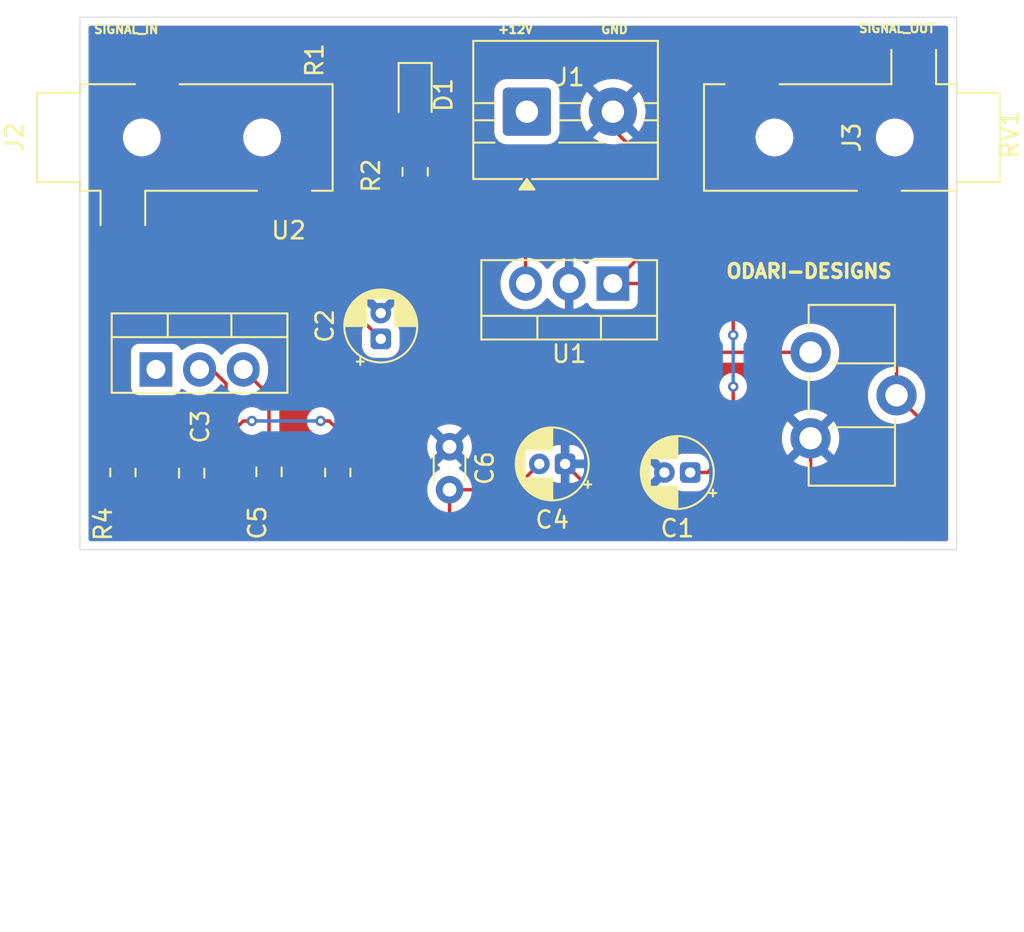
<source format=kicad_pcb>
(kicad_pcb (version 20241229) (generator "pcbnew") (generator_version "9.0")
  (layers (0 "F.Cu" signal) (2 "B.Cu" signal) (13 "F.Paste" user) (15 "B.Paste" user) (5 "F.SilkS" user "F.Silkscreen") (7 "B.SilkS" user "B.Silkscreen") (1 "F.Mask" user) (3 "B.Mask" user) (25 "Edge.Cuts" user))
  (net 0 "")
  (net 1 "GND")
  (net 2 "Net-(J1-Pin_1)")
  (net 3 "+12V")
  (net 4 "Net-(U2--)")
  (net 5 "Net-(C3-Pad2)")
  (net 6 "Net-(U2-+)")
  (net 7 "Net-(D1-A)")
  (net 8 "Net-(J2-PadS)")
  (footprint "Potentiometer_THT:Potentiometer_Piher_PT-10-H05_Horizontal" (layer "F.Cu") (at 142.5 118.505)
    (property "Reference" "RV1" (at 11.587801 -12.678199 90) (layer "F.SilkS"))
    (property "Value" "10k")
    (fp_line (start -0.11 -2.76) (end 4.91 -2.76) (stroke (width 0.12)) (layer "F.SilkS"))
    (fp_line (start -0.11 -1.396) (end -0.11 -2.76) (stroke (width 0.12)) (layer "F.SilkS"))
    (fp_line (start -0.11 3.604) (end -0.11 1.396) (stroke (width 0.12)) (layer "F.SilkS"))
    (fp_line (start -0.11 3.604) (end -0.11 1.396) (stroke (width 0.12)) (layer "F.SilkS"))
    (fp_line (start -0.11 7.76) (end -0.11 6.396) (stroke (width 0.12)) (layer "F.SilkS"))
    (fp_line (start 1.245 0.64) (end 4.91 0.64) (stroke (width 0.12)) (layer "F.SilkS"))
    (fp_line (start 4.91 -2.76) (end 4.91 1.103) (stroke (width 0.12)) (layer "F.SilkS"))
    (fp_line (start 4.91 0.64) (end 4.91 1.103) (stroke (width 0.12)) (layer "F.SilkS"))
    (fp_line (start 4.91 3.897) (end 4.91 4.36) (stroke (width 0.12)) (layer "F.SilkS"))
    (fp_line (start 4.91 3.897) (end 4.91 7.76) (stroke (width 0.12)) (layer "F.SilkS"))
    (fp_line (start 4.91 4.36) (end 1.245 4.36) (stroke (width 0.12)) (layer "F.SilkS"))
    (fp_line (start 4.91 7.76) (end -0.11 7.76) (stroke (width 0.12)) (layer "F.SilkS"))
    (pad "1" thru_hole circle (at 0 0) (size 2.34 2.34) (drill 1.3) (layers "*.Cu" "*.Mask") (net 4 "Net-(U2--)"))
    (pad "2" thru_hole circle (at 5 2.5) (size 2.34 2.34) (drill 1.3) (layers "*.Cu" "*.Mask") (net 5 "Net-(C3-Pad2)"))
    (pad "3" thru_hole circle (at 0 5) (size 2.34 2.34) (drill 1.3) (layers "*.Cu" "*.Mask") (net 1 "GND"))
  )
  (footprint "Resistor_SMD:R_0805_2012Metric_Pad1.20x1.40mm_HandSolder" (layer "F.Cu") (at 102.5 125.5 90)
    (property "Reference" "R4" (at -3 -1.15 90) (layer "F.SilkS"))
    (property "Value" "100K")
    (fp_line (start -0.227064 -0.735) (end 0.227064 -0.735) (stroke (width 0.12)) (layer "F.SilkS"))
    (fp_line (start -0.227064 0.735) (end 0.227064 0.735) (stroke (width 0.12)) (layer "F.SilkS"))
    (pad "1" smd roundrect (at -1 0 90) (size 1.2 1.4) (layers "F.Cu" "F.Mask" "F.Paste") (roundrect_rratio 0.208333) (net 8 "Net-(J2-PadS)"))
    (pad "2" smd roundrect (at 1 0 90) (size 1.2 1.4) (layers "F.Cu" "F.Mask" "F.Paste") (roundrect_rratio 0.208333) (net 6 "Net-(U2-+)"))
  )
  (footprint "Capacitor_THT:CP_Radial_D4.0mm_P1.50mm" (layer "F.Cu") (at 117.5 117.7226 90)
    (property "Reference" "C2" (at 0.75 -3.25 90) (layer "F.SilkS"))
    (property "Value" "0.1uF")
    (fp_line (start 0.79 -2.08) (end 0.79 -0.84) (stroke (width 0.12)) (layer "F.SilkS"))
    (fp_line (start 0.75 -2.08) (end 0.75 -0.84) (stroke (width 0.12)) (layer "F.SilkS"))
    (fp_line (start 0.83 -2.078) (end 0.83 -0.84) (stroke (width 0.12)) (layer "F.SilkS"))
    (fp_line (start 0.87 -2.077) (end 0.87 -0.84) (stroke (width 0.12)) (layer "F.SilkS"))
    (fp_line (start 0.91 -2.074) (end 0.91 -0.84) (stroke (width 0.12)) (layer "F.SilkS"))
    (fp_line (start 0.95 -2.071) (end 0.95 -0.84) (stroke (width 0.12)) (layer "F.SilkS"))
    (fp_line (start 0.99 -2.066) (end 0.99 -0.84) (stroke (width 0.12)) (layer "F.SilkS"))
    (fp_line (start 1.03 -2.061) (end 1.03 -0.84) (stroke (width 0.12)) (layer "F.SilkS"))
    (fp_line (start 1.07 -2.056) (end 1.07 -0.84) (stroke (width 0.12)) (layer "F.SilkS"))
    (fp_line (start 1.11 -2.049) (end 1.11 -0.84) (stroke (width 0.12)) (layer "F.SilkS"))
    (fp_line (start 1.15 -2.042) (end 1.15 -0.84) (stroke (width 0.12)) (layer "F.SilkS"))
    (fp_line (start 1.19 -2.034) (end 1.19 -0.84) (stroke (width 0.12)) (layer "F.SilkS"))
    (fp_line (start 1.23 -2.025) (end 1.23 -0.84) (stroke (width 0.12)) (layer "F.SilkS"))
    (fp_line (start 1.27 -2.015) (end 1.27 -0.84) (stroke (width 0.12)) (layer "F.SilkS"))
    (fp_line (start 1.31 -2.005) (end 1.31 -0.84) (stroke (width 0.12)) (layer "F.SilkS"))
    (fp_line (start 1.35 -1.993) (end 1.35 -0.84) (stroke (width 0.12)) (layer "F.SilkS"))
    (fp_line (start 1.39 -1.981) (end 1.39 -0.84) (stroke (width 0.12)) (layer "F.SilkS"))
    (fp_line (start 1.43 -1.968) (end 1.43 -0.84) (stroke (width 0.12)) (layer "F.SilkS"))
    (fp_line (start 1.47 -1.954) (end 1.47 -0.84) (stroke (width 0.12)) (layer "F.SilkS"))
    (fp_line (start 1.51 -1.939) (end 1.51 -0.84) (stroke (width 0.12)) (layer "F.SilkS"))
    (fp_line (start 1.55 -1.923) (end 1.55 -0.84) (stroke (width 0.12)) (layer "F.SilkS"))
    (fp_line (start 1.59 -1.906) (end 1.59 -0.84) (stroke (width 0.12)) (layer "F.SilkS"))
    (fp_line (start 1.63 -1.889) (end 1.63 -0.84) (stroke (width 0.12)) (layer "F.SilkS"))
    (fp_line (start 1.67 -1.87) (end 1.67 -0.84) (stroke (width 0.12)) (layer "F.SilkS"))
    (fp_line (start 1.71 -1.85) (end 1.71 -0.84) (stroke (width 0.12)) (layer "F.SilkS"))
    (fp_line (start 1.75 -1.829) (end 1.75 -0.84) (stroke (width 0.12)) (layer "F.SilkS"))
    (fp_line (start 1.79 -1.807) (end 1.79 -0.84) (stroke (width 0.12)) (layer "F.SilkS"))
    (fp_line (start 1.83 -1.784) (end 1.83 -0.84) (stroke (width 0.12)) (layer "F.SilkS"))
    (fp_line (start 1.87 -1.76) (end 1.87 -0.84) (stroke (width 0.12)) (layer "F.SilkS"))
    (fp_line (start 1.91 -1.734) (end 1.91 -0.84) (stroke (width 0.12)) (layer "F.SilkS"))
    (fp_line (start 1.95 -1.708) (end 1.95 -0.84) (stroke (width 0.12)) (layer "F.SilkS"))
    (fp_line (start 1.99 -1.68) (end 1.99 -0.84) (stroke (width 0.12)) (layer "F.SilkS"))
    (fp_line (start 2.03 -1.65) (end 2.03 -0.84) (stroke (width 0.12)) (layer "F.SilkS"))
    (fp_line (start 2.07 -1.619) (end 2.07 -0.84) (stroke (width 0.12)) (layer "F.SilkS"))
    (fp_line (start 2.11 -1.586) (end 2.11 -0.84) (stroke (width 0.12)) (layer "F.SilkS"))
    (fp_line (start 2.15 -1.552) (end 2.15 -0.84) (stroke (width 0.12)) (layer "F.SilkS"))
    (fp_line (start 2.19 -1.516) (end 2.19 -0.84) (stroke (width 0.12)) (layer "F.SilkS"))
    (fp_line (start 2.23 -1.478) (end 2.23 -0.84) (stroke (width 0.12)) (layer "F.SilkS"))
    (fp_line (start 2.27 -1.438) (end 2.27 -0.84) (stroke (width 0.12)) (layer "F.SilkS"))
    (fp_line (start 2.31 -1.396) (end 2.31 -0.84) (stroke (width 0.12)) (layer "F.SilkS"))
    (fp_line (start -1.319801 -1.395) (end -1.319801 -0.995) (stroke (width 0.12)) (layer "F.SilkS"))
    (fp_line (start 2.35 -1.351) (end 2.35 1.351) (stroke (width 0.12)) (layer "F.SilkS"))
    (fp_line (start 2.39 -1.303) (end 2.39 1.303) (stroke (width 0.12)) (layer "F.SilkS"))
    (fp_line (start 2.43 -1.253) (end 2.43 1.253) (stroke (width 0.12)) (layer "F.SilkS"))
    (fp_line (start 2.47 -1.199) (end 2.47 1.199) (stroke (width 0.12)) (layer "F.SilkS"))
    (fp_line (start -1.519801 -1.195) (end -1.119801 -1.195) (stroke (width 0.12)) (layer "F.SilkS"))
    (fp_line (start 2.51 -1.142) (end 2.51 1.142) (stroke (width 0.12)) (layer "F.SilkS"))
    (fp_line (start 2.55 -1.08) (end 2.55 1.08) (stroke (width 0.12)) (layer "F.SilkS"))
    (fp_line (start 2.59 -1.013) (end 2.59 1.013) (stroke (width 0.12)) (layer "F.SilkS"))
    (fp_line (start 2.63 -0.94) (end 2.63 0.94) (stroke (width 0.12)) (layer "F.SilkS"))
    (fp_line (start 2.67 -0.859) (end 2.67 0.859) (stroke (width 0.12)) (layer "F.SilkS"))
    (fp_line (start 2.71 -0.768) (end 2.71 0.768) (stroke (width 0.12)) (layer "F.SilkS"))
    (fp_line (start 2.75 -0.663) (end 2.75 0.663) (stroke (width 0.12)) (layer "F.SilkS"))
    (fp_line (start 2.79 -0.537) (end 2.79 0.537) (stroke (width 0.12)) (layer "F.SilkS"))
    (fp_line (start 2.83 -0.37) (end 2.83 0.37) (stroke (width 0.12)) (layer "F.SilkS"))
    (fp_line (start 2.31 0.84) (end 2.31 1.396) (stroke (width 0.12)) (layer "F.SilkS"))
    (fp_line (start 2.27 0.84) (end 2.27 1.438) (stroke (width 0.12)) (layer "F.SilkS"))
    (fp_line (start 2.23 0.84) (end 2.23 1.478) (stroke (width 0.12)) (layer "F.SilkS"))
    (fp_line (start 2.19 0.84) (end 2.19 1.516) (stroke (width 0.12)) (layer "F.SilkS"))
    (fp_line (start 2.15 0.84) (end 2.15 1.552) (stroke (width 0.12)) (layer "F.SilkS"))
    (fp_line (start 2.11 0.84) (end 2.11 1.586) (stroke (width 0.12)) (layer "F.SilkS"))
    (fp_line (start 2.07 0.84) (end 2.07 1.619) (stroke (width 0.12)) (layer "F.SilkS"))
    (fp_line (start 2.03 0.84) (end 2.03 1.65) (stroke (width 0.12)) (layer "F.SilkS"))
    (fp_line (start 1.99 0.84) (end 1.99 1.68) (stroke (width 0.12)) (layer "F.SilkS"))
    (fp_line (start 1.95 0.84) (end 1.95 1.708) (stroke (width 0.12)) (layer "F.SilkS"))
    (fp_line (start 1.91 0.84) (end 1.91 1.734) (stroke (width 0.12)) (layer "F.SilkS"))
    (fp_line (start 1.87 0.84) (end 1.87 1.76) (stroke (width 0.12)) (layer "F.SilkS"))
    (fp_line (start 1.83 0.84) (end 1.83 1.784) (stroke (width 0.12)) (layer "F.SilkS"))
    (fp_line (start 1.79 0.84) (end 1.79 1.807) (stroke (width 0.12)) (layer "F.SilkS"))
    (fp_line (start 1.75 0.84) (end 1.75 1.829) (stroke (width 0.12)) (layer "F.SilkS"))
    (fp_line (start 1.71 0.84) (end 1.71 1.85) (stroke (width 0.12)) (layer "F.SilkS"))
    (fp_line (start 1.67 0.84) (end 1.67 1.87) (stroke (width 0.12)) (layer "F.SilkS"))
    (fp_line (start 1.63 0.84) (end 1.63 1.889) (stroke (width 0.12)) (layer "F.SilkS"))
    (fp_line (start 1.59 0.84) (end 1.59 1.906) (stroke (width 0.12)) (layer "F.SilkS"))
    (fp_line (start 1.55 0.84) (end 1.55 1.923) (stroke (width 0.12)) (layer "F.SilkS"))
    (fp_line (start 1.51 0.84) (end 1.51 1.939) (stroke (width 0.12)) (layer "F.SilkS"))
    (fp_line (start 1.47 0.84) (end 1.47 1.954) (stroke (width 0.12)) (layer "F.SilkS"))
    (fp_line (start 1.43 0.84) (end 1.43 1.968) (stroke (width 0.12)) (layer "F.SilkS"))
    (fp_line (start 1.39 0.84) (end 1.39 1.981) (stroke (width 0.12)) (layer "F.SilkS"))
    (fp_line (start 1.35 0.84) (end 1.35 1.993) (stroke (width 0.12)) (layer "F.SilkS"))
    (fp_line (start 1.31 0.84) (end 1.31 2.005) (stroke (width 0.12)) (layer "F.SilkS"))
    (fp_line (start 1.27 0.84) (end 1.27 2.015) (stroke (width 0.12)) (layer "F.SilkS"))
    (fp_line (start 1.23 0.84) (end 1.23 2.025) (stroke (width 0.12)) (layer "F.SilkS"))
    (fp_line (start 1.19 0.84) (end 1.19 2.034) (stroke (width 0.12)) (layer "F.SilkS"))
    (fp_line (start 1.15 0.84) (end 1.15 2.042) (stroke (width 0.12)) (layer "F.SilkS"))
    (fp_line (start 1.11 0.84) (end 1.11 2.049) (stroke (width 0.12)) (layer "F.SilkS"))
    (fp_line (start 1.07 0.84) (end 1.07 2.056) (stroke (width 0.12)) (layer "F.SilkS"))
    (fp_line (start 1.03 0.84) (end 1.03 2.061) (stroke (width 0.12)) (layer "F.SilkS"))
    (fp_line (start 0.99 0.84) (end 0.99 2.066) (stroke (width 0.12)) (layer "F.SilkS"))
    (fp_line (start 0.95 0.84) (end 0.95 2.071) (stroke (width 0.12)) (layer "F.SilkS"))
    (fp_line (start 0.91 0.84) (end 0.91 2.074) (stroke (width 0.12)) (layer "F.SilkS"))
    (fp_line (start 0.87 0.84) (end 0.87 2.077) (stroke (width 0.12)) (layer "F.SilkS"))
    (fp_line (start 0.83 0.84) (end 0.83 2.078) (stroke (width 0.12)) (layer "F.SilkS"))
    (fp_line (start 0.79 0.84) (end 0.79 2.08) (stroke (width 0.12)) (layer "F.SilkS"))
    (fp_line (start 0.75 0.84) (end 0.75 2.08) (stroke (width 0.12)) (layer "F.SilkS"))
    (fp_circle (center 0.75 0) (end 2.87 0) (stroke (width 0.12)) (fill no) (layer "F.SilkS"))
    (pad "1" thru_hole roundrect (at 0 0 90) (size 1.2 1.2) (drill 0.6) (layers "*.Cu" "*.Mask") (roundrect_rratio 0.208333) (net 3 "+12V"))
    (pad "2" thru_hole circle (at 1.5 0 90) (size 1.2 1.2) (drill 0.6) (layers "*.Cu" "*.Mask") (net 1 "GND"))
  )
  (footprint "Resistor_SMD:R_0805_2012Metric_Pad1.20x1.40mm_HandSolder" (layer "F.Cu") (at 119.5 108 90)
    (property "Reference" "R2" (at -0.227064 -2.565 90) (layer "F.SilkS"))
    (property "Value" "1k")
    (fp_line (start -0.227064 -0.735) (end 0.227064 -0.735) (stroke (width 0.12)) (layer "F.SilkS"))
    (fp_line (start -0.227064 0.735) (end 0.227064 0.735) (stroke (width 0.12)) (layer "F.SilkS"))
    (pad "1" smd roundrect (at -1 0 90) (size 1.2 1.4) (layers "F.Cu" "F.Mask" "F.Paste") (roundrect_rratio 0.208333) (net 3 "+12V"))
    (pad "2" smd roundrect (at 1 0 90) (size 1.2 1.4) (layers "F.Cu" "F.Mask" "F.Paste") (roundrect_rratio 0.208333) (net 7 "Net-(D1-A)"))
  )
  (footprint "Capacitor_THT:CP_Radial_D4.0mm_P1.50mm" (layer "F.Cu") (at 128.222599 125 180)
    (property "Reference" "C4" (at 0.75 -3.25 0) (layer "F.SilkS"))
    (property "Value" "22uF")
    (fp_line (start 2.83 -0.37) (end 2.83 0.37) (stroke (width 0.12)) (layer "F.SilkS"))
    (fp_line (start 2.79 -0.537) (end 2.79 0.537) (stroke (width 0.12)) (layer "F.SilkS"))
    (fp_line (start 2.75 -0.663) (end 2.75 0.663) (stroke (width 0.12)) (layer "F.SilkS"))
    (fp_line (start 2.71 -0.768) (end 2.71 0.768) (stroke (width 0.12)) (layer "F.SilkS"))
    (fp_line (start 2.67 -0.859) (end 2.67 0.859) (stroke (width 0.12)) (layer "F.SilkS"))
    (fp_line (start 2.63 -0.94) (end 2.63 0.94) (stroke (width 0.12)) (layer "F.SilkS"))
    (fp_line (start 2.59 -1.013) (end 2.59 1.013) (stroke (width 0.12)) (layer "F.SilkS"))
    (fp_line (start 2.55 -1.08) (end 2.55 1.08) (stroke (width 0.12)) (layer "F.SilkS"))
    (fp_line (start 2.51 -1.142) (end 2.51 1.142) (stroke (width 0.12)) (layer "F.SilkS"))
    (fp_line (start 2.47 -1.199) (end 2.47 1.199) (stroke (width 0.12)) (layer "F.SilkS"))
    (fp_line (start 2.43 -1.253) (end 2.43 1.253) (stroke (width 0.12)) (layer "F.SilkS"))
    (fp_line (start 2.39 -1.303) (end 2.39 1.303) (stroke (width 0.12)) (layer "F.SilkS"))
    (fp_line (start 2.35 -1.351) (end 2.35 1.351) (stroke (width 0.12)) (layer "F.SilkS"))
    (fp_line (start 2.31 0.84) (end 2.31 1.396) (stroke (width 0.12)) (layer "F.SilkS"))
    (fp_line (start 2.31 -1.396) (end 2.31 -0.84) (stroke (width 0.12)) (layer "F.SilkS"))
    (fp_line (start 2.27 0.84) (end 2.27 1.438) (stroke (width 0.12)) (layer "F.SilkS"))
    (fp_line (start 2.27 -1.438) (end 2.27 -0.84) (stroke (width 0.12)) (layer "F.SilkS"))
    (fp_line (start 2.23 0.84) (end 2.23 1.478) (stroke (width 0.12)) (layer "F.SilkS"))
    (fp_line (start 2.23 -1.478) (end 2.23 -0.84) (stroke (width 0.12)) (layer "F.SilkS"))
    (fp_line (start 2.19 0.84) (end 2.19 1.516) (stroke (width 0.12)) (layer "F.SilkS"))
    (fp_line (start 2.19 -1.516) (end 2.19 -0.84) (stroke (width 0.12)) (layer "F.SilkS"))
    (fp_line (start 2.15 0.84) (end 2.15 1.552) (stroke (width 0.12)) (layer "F.SilkS"))
    (fp_line (start 2.15 -1.552) (end 2.15 -0.84) (stroke (width 0.12)) (layer "F.SilkS"))
    (fp_line (start 2.11 0.84) (end 2.11 1.586) (stroke (width 0.12)) (layer "F.SilkS"))
    (fp_line (start 2.11 -1.586) (end 2.11 -0.84) (stroke (width 0.12)) (layer "F.SilkS"))
    (fp_line (start 2.07 0.84) (end 2.07 1.619) (stroke (width 0.12)) (layer "F.SilkS"))
    (fp_line (start 2.07 -1.619) (end 2.07 -0.84) (stroke (width 0.12)) (layer "F.SilkS"))
    (fp_line (start 2.03 0.84) (end 2.03 1.65) (stroke (width 0.12)) (layer "F.SilkS"))
    (fp_line (start 2.03 -1.65) (end 2.03 -0.84) (stroke (width 0.12)) (layer "F.SilkS"))
    (fp_line (start 1.99 0.84) (end 1.99 1.68) (stroke (width 0.12)) (layer "F.SilkS"))
    (fp_line (start 1.99 -1.68) (end 1.99 -0.84) (stroke (width 0.12)) (layer "F.SilkS"))
    (fp_line (start 1.95 0.84) (end 1.95 1.708) (stroke (width 0.12)) (layer "F.SilkS"))
    (fp_line (start 1.95 -1.708) (end 1.95 -0.84) (stroke (width 0.12)) (layer "F.SilkS"))
    (fp_line (start 1.91 0.84) (end 1.91 1.734) (stroke (width 0.12)) (layer "F.SilkS"))
    (fp_line (start 1.91 -1.734) (end 1.91 -0.84) (stroke (width 0.12)) (layer "F.SilkS"))
    (fp_line (start 1.87 0.84) (end 1.87 1.76) (stroke (width 0.12)) (layer "F.SilkS"))
    (fp_line (start 1.87 -1.76) (end 1.87 -0.84) (stroke (width 0.12)) (layer "F.SilkS"))
    (fp_line (start 1.83 0.84) (end 1.83 1.784) (stroke (width 0.12)) (layer "F.SilkS"))
    (fp_line (start 1.83 -1.784) (end 1.83 -0.84) (stroke (width 0.12)) (layer "F.SilkS"))
    (fp_line (start 1.79 0.84) (end 1.79 1.807) (stroke (width 0.12)) (layer "F.SilkS"))
    (fp_line (start 1.79 -1.807) (end 1.79 -0.84) (stroke (width 0.12)) (layer "F.SilkS"))
    (fp_line (start 1.75 0.84) (end 1.75 1.829) (stroke (width 0.12)) (layer "F.SilkS"))
    (fp_line (start 1.75 -1.829) (end 1.75 -0.84) (stroke (width 0.12)) (layer "F.SilkS"))
    (fp_line (start 1.71 0.84) (end 1.71 1.85) (stroke (width 0.12)) (layer "F.SilkS"))
    (fp_line (start 1.71 -1.85) (end 1.71 -0.84) (stroke (width 0.12)) (layer "F.SilkS"))
    (fp_line (start 1.67 0.84) (end 1.67 1.87) (stroke (width 0.12)) (layer "F.SilkS"))
    (fp_line (start 1.67 -1.87) (end 1.67 -0.84) (stroke (width 0.12)) (layer "F.SilkS"))
    (fp_line (start 1.63 0.84) (end 1.63 1.889) (stroke (width 0.12)) (layer "F.SilkS"))
    (fp_line (start 1.63 -1.889) (end 1.63 -0.84) (stroke (width 0.12)) (layer "F.SilkS"))
    (fp_line (start 1.59 0.84) (end 1.59 1.906) (stroke (width 0.12)) (layer "F.SilkS"))
    (fp_line (start 1.59 -1.906) (end 1.59 -0.84) (stroke (width 0.12)) (layer "F.SilkS"))
    (fp_line (start 1.55 0.84) (end 1.55 1.923) (stroke (width 0.12)) (layer "F.SilkS"))
    (fp_line (start 1.55 -1.923) (end 1.55 -0.84) (stroke (width 0.12)) (layer "F.SilkS"))
    (fp_line (start 1.51 0.84) (end 1.51 1.939) (stroke (width 0.12)) (layer "F.SilkS"))
    (fp_line (start 1.51 -1.939) (end 1.51 -0.84) (stroke (width 0.12)) (layer "F.SilkS"))
    (fp_line (start 1.47 0.84) (end 1.47 1.954) (stroke (width 0.12)) (layer "F.SilkS"))
    (fp_line (start 1.47 -1.954) (end 1.47 -0.84) (stroke (width 0.12)) (layer "F.SilkS"))
    (fp_line (start 1.43 0.84) (end 1.43 1.968) (stroke (width 0.12)) (layer "F.SilkS"))
    (fp_line (start 1.43 -1.968) (end 1.43 -0.84) (stroke (width 0.12)) (layer "F.SilkS"))
    (fp_line (start 1.39 0.84) (end 1.39 1.981) (stroke (width 0.12)) (layer "F.SilkS"))
    (fp_line (start 1.39 -1.981) (end 1.39 -0.84) (stroke (width 0.12)) (layer "F.SilkS"))
    (fp_line (start 1.35 0.84) (end 1.35 1.993) (stroke (width 0.12)) (layer "F.SilkS"))
    (fp_line (start 1.35 -1.993) (end 1.35 -0.84) (stroke (width 0.12)) (layer "F.SilkS"))
    (fp_line (start 1.31 0.84) (end 1.31 2.005) (stroke (width 0.12)) (layer "F.SilkS"))
    (fp_line (start 1.31 -2.005) (end 1.31 -0.84) (stroke (width 0.12)) (layer "F.SilkS"))
    (fp_line (start 1.27 0.84) (end 1.27 2.015) (stroke (width 0.12)) (layer "F.SilkS"))
    (fp_line (start 1.27 -2.015) (end 1.27 -0.84) (stroke (width 0.12)) (layer "F.SilkS"))
    (fp_line (start 1.23 0.84) (end 1.23 2.025) (stroke (width 0.12)) (layer "F.SilkS"))
    (fp_line (start 1.23 -2.025) (end 1.23 -0.84) (stroke (width 0.12)) (layer "F.SilkS"))
    (fp_line (start 1.19 0.84) (end 1.19 2.034) (stroke (width 0.12)) (layer "F.SilkS"))
    (fp_line (start 1.19 -2.034) (end 1.19 -0.84) (stroke (width 0.12)) (layer "F.SilkS"))
    (fp_line (start 1.15 0.84) (end 1.15 2.042) (stroke (width 0.12)) (layer "F.SilkS"))
    (fp_line (start 1.15 -2.042) (end 1.15 -0.84) (stroke (width 0.12)) (layer "F.SilkS"))
    (fp_line (start 1.11 0.84) (end 1.11 2.049) (stroke (width 0.12)) (layer "F.SilkS"))
    (fp_line (start 1.11 -2.049) (end 1.11 -0.84) (stroke (width 0.12)) (layer "F.SilkS"))
    (fp_line (start 1.07 0.84) (end 1.07 2.056) (stroke (width 0.12)) (layer "F.SilkS"))
    (fp_line (start 1.07 -2.056) (end 1.07 -0.84) (stroke (width 0.12)) (layer "F.SilkS"))
    (fp_line (start 1.03 0.84) (end 1.03 2.061) (stroke (width 0.12)) (layer "F.SilkS"))
    (fp_line (start 1.03 -2.061) (end 1.03 -0.84) (stroke (width 0.12)) (layer "F.SilkS"))
    (fp_line (start 0.99 0.84) (end 0.99 2.066) (stroke (width 0.12)) (layer "F.SilkS"))
    (fp_line (start 0.99 -2.066) (end 0.99 -0.84) (stroke (width 0.12)) (layer "F.SilkS"))
    (fp_line (start 0.95 0.84) (end 0.95 2.071) (stroke (width 0.12)) (layer "F.SilkS"))
    (fp_line (start 0.95 -2.071) (end 0.95 -0.84) (stroke (width 0.12)) (layer "F.SilkS"))
    (fp_line (start 0.91 0.84) (end 0.91 2.074) (stroke (width 0.12)) (layer "F.SilkS"))
    (fp_line (start 0.91 -2.074) (end 0.91 -0.84) (stroke (width 0.12)) (layer "F.SilkS"))
    (fp_line (start 0.87 0.84) (end 0.87 2.077) (stroke (width 0.12)) (layer "F.SilkS"))
    (fp_line (start 0.87 -2.077) (end 0.87 -0.84) (stroke (width 0.12)) (layer "F.SilkS"))
    (fp_line (start 0.83 0.84) (end 0.83 2.078) (stroke (width 0.12)) (layer "F.SilkS"))
    (fp_line (start 0.83 -2.078) (end 0.83 -0.84) (stroke (width 0.12)) (layer "F.SilkS"))
    (fp_line (start 0.79 0.84) (end 0.79 2.08) (stroke (width 0.12)) (layer "F.SilkS"))
    (fp_line (start 0.79 -2.08) (end 0.79 -0.84) (stroke (width 0.12)) (layer "F.SilkS"))
    (fp_line (start 0.75 0.84) (end 0.75 2.08) (stroke (width 0.12)) (layer "F.SilkS"))
    (fp_line (start 0.75 -2.08) (end 0.75 -0.84) (stroke (width 0.12)) (layer "F.SilkS"))
    (fp_line (start -1.319801 -1.395) (end -1.319801 -0.995) (stroke (width 0.12)) (layer "F.SilkS"))
    (fp_line (start -1.519801 -1.195) (end -1.119801 -1.195) (stroke (width 0.12)) (layer "F.SilkS"))
    (fp_circle (center 0.75 0) (end 2.87 0) (stroke (width 0.12)) (fill no) (layer "F.SilkS"))
    (pad "1" thru_hole roundrect (at 0 0 180) (size 1.2 1.2) (drill 0.6) (layers "*.Cu" "*.Mask") (roundrect_rratio 0.208333) (net 1 "GND"))
    (pad "2" thru_hole circle (at 1.5 0 180) (size 1.2 1.2) (drill 0.6) (layers "*.Cu" "*.Mask") (net 5 "Net-(C3-Pad2)"))
  )
  (footprint "Capacitor_THT:C_Disc_D3.0mm_W1.6mm_P2.50mm" (layer "F.Cu") (at 121.5 124 -90)
    (property "Reference" "C6" (at 1.25 -2.05 90) (layer "F.SilkS"))
    (property "Value" "0.1uF")
    (fp_line (start 2.015 0.92) (end 0.485 0.92) (stroke (width 0.12)) (layer "F.SilkS"))
    (fp_line (start 0.485 -0.92) (end 2.015 -0.92) (stroke (width 0.12)) (layer "F.SilkS"))
    (pad "1" thru_hole circle (at 0 0 270) (size 1.6 1.6) (drill 0.8) (layers "*.Cu" "*.Mask") (net 1 "GND"))
    (pad "2" thru_hole circle (at 2.5 0 270) (size 1.6 1.6) (drill 0.8) (layers "*.Cu" "*.Mask") (net 5 "Net-(C3-Pad2)"))
  )
  (footprint "Capacitor_THT:CP_Radial_D4.0mm_P1.50mm" (layer "F.Cu") (at 135.5 125.5 180)
    (property "Reference" "C1" (at 0.75 -3.25 0) (layer "F.SilkS"))
    (property "Value" "0.33uF")
    (fp_line (start 2.83 -0.37) (end 2.83 0.37) (stroke (width 0.12)) (layer "F.SilkS"))
    (fp_line (start 2.79 -0.537) (end 2.79 0.537) (stroke (width 0.12)) (layer "F.SilkS"))
    (fp_line (start 2.75 -0.663) (end 2.75 0.663) (stroke (width 0.12)) (layer "F.SilkS"))
    (fp_line (start 2.71 -0.768) (end 2.71 0.768) (stroke (width 0.12)) (layer "F.SilkS"))
    (fp_line (start 2.67 -0.859) (end 2.67 0.859) (stroke (width 0.12)) (layer "F.SilkS"))
    (fp_line (start 2.63 -0.94) (end 2.63 0.94) (stroke (width 0.12)) (layer "F.SilkS"))
    (fp_line (start 2.59 -1.013) (end 2.59 1.013) (stroke (width 0.12)) (layer "F.SilkS"))
    (fp_line (start 2.55 -1.08) (end 2.55 1.08) (stroke (width 0.12)) (layer "F.SilkS"))
    (fp_line (start 2.51 -1.142) (end 2.51 1.142) (stroke (width 0.12)) (layer "F.SilkS"))
    (fp_line (start 2.47 -1.199) (end 2.47 1.199) (stroke (width 0.12)) (layer "F.SilkS"))
    (fp_line (start 2.43 -1.253) (end 2.43 1.253) (stroke (width 0.12)) (layer "F.SilkS"))
    (fp_line (start 2.39 -1.303) (end 2.39 1.303) (stroke (width 0.12)) (layer "F.SilkS"))
    (fp_line (start 2.35 -1.351) (end 2.35 1.351) (stroke (width 0.12)) (layer "F.SilkS"))
    (fp_line (start 2.31 0.84) (end 2.31 1.396) (stroke (width 0.12)) (layer "F.SilkS"))
    (fp_line (start 2.31 -1.396) (end 2.31 -0.84) (stroke (width 0.12)) (layer "F.SilkS"))
    (fp_line (start 2.27 0.84) (end 2.27 1.438) (stroke (width 0.12)) (layer "F.SilkS"))
    (fp_line (start 2.27 -1.438) (end 2.27 -0.84) (stroke (width 0.12)) (layer "F.SilkS"))
    (fp_line (start 2.23 0.84) (end 2.23 1.478) (stroke (width 0.12)) (layer "F.SilkS"))
    (fp_line (start 2.23 -1.478) (end 2.23 -0.84) (stroke (width 0.12)) (layer "F.SilkS"))
    (fp_line (start 2.19 0.84) (end 2.19 1.516) (stroke (width 0.12)) (layer "F.SilkS"))
    (fp_line (start 2.19 -1.516) (end 2.19 -0.84) (stroke (width 0.12)) (layer "F.SilkS"))
    (fp_line (start 2.15 0.84) (end 2.15 1.552) (stroke (width 0.12)) (layer "F.SilkS"))
    (fp_line (start 2.15 -1.552) (end 2.15 -0.84) (stroke (width 0.12)) (layer "F.SilkS"))
    (fp_line (start 2.11 0.84) (end 2.11 1.586) (stroke (width 0.12)) (layer "F.SilkS"))
    (fp_line (start 2.11 -1.586) (end 2.11 -0.84) (stroke (width 0.12)) (layer "F.SilkS"))
    (fp_line (start 2.07 0.84) (end 2.07 1.619) (stroke (width 0.12)) (layer "F.SilkS"))
    (fp_line (start 2.07 -1.619) (end 2.07 -0.84) (stroke (width 0.12)) (layer "F.SilkS"))
    (fp_line (start 2.03 0.84) (end 2.03 1.65) (stroke (width 0.12)) (layer "F.SilkS"))
    (fp_line (start 2.03 -1.65) (end 2.03 -0.84) (stroke (width 0.12)) (layer "F.SilkS"))
    (fp_line (start 1.99 0.84) (end 1.99 1.68) (stroke (width 0.12)) (layer "F.SilkS"))
    (fp_line (start 1.99 -1.68) (end 1.99 -0.84) (stroke (width 0.12)) (layer "F.SilkS"))
    (fp_line (start 1.95 0.84) (end 1.95 1.708) (stroke (width 0.12)) (layer "F.SilkS"))
    (fp_line (start 1.95 -1.708) (end 1.95 -0.84) (stroke (width 0.12)) (layer "F.SilkS"))
    (fp_line (start 1.91 0.84) (end 1.91 1.734) (stroke (width 0.12)) (layer "F.SilkS"))
    (fp_line (start 1.91 -1.734) (end 1.91 -0.84) (stroke (width 0.12)) (layer "F.SilkS"))
    (fp_line (start 1.87 0.84) (end 1.87 1.76) (stroke (width 0.12)) (layer "F.SilkS"))
    (fp_line (start 1.87 -1.76) (end 1.87 -0.84) (stroke (width 0.12)) (layer "F.SilkS"))
    (fp_line (start 1.83 0.84) (end 1.83 1.784) (stroke (width 0.12)) (layer "F.SilkS"))
    (fp_line (start 1.83 -1.784) (end 1.83 -0.84) (stroke (width 0.12)) (layer "F.SilkS"))
    (fp_line (start 1.79 0.84) (end 1.79 1.807) (stroke (width 0.12)) (layer "F.SilkS"))
    (fp_line (start 1.79 -1.807) (end 1.79 -0.84) (stroke (width 0.12)) (layer "F.SilkS"))
    (fp_line (start 1.75 0.84) (end 1.75 1.829) (stroke (width 0.12)) (layer "F.SilkS"))
    (fp_line (start 1.75 -1.829) (end 1.75 -0.84) (stroke (width 0.12)) (layer "F.SilkS"))
    (fp_line (start 1.71 0.84) (end 1.71 1.85) (stroke (width 0.12)) (layer "F.SilkS"))
    (fp_line (start 1.71 -1.85) (end 1.71 -0.84) (stroke (width 0.12)) (layer "F.SilkS"))
    (fp_line (start 1.67 0.84) (end 1.67 1.87) (stroke (width 0.12)) (layer "F.SilkS"))
    (fp_line (start 1.67 -1.87) (end 1.67 -0.84) (stroke (width 0.12)) (layer "F.SilkS"))
    (fp_line (start 1.63 0.84) (end 1.63 1.889) (stroke (width 0.12)) (layer "F.SilkS"))
    (fp_line (start 1.63 -1.889) (end 1.63 -0.84) (stroke (width 0.12)) (layer "F.SilkS"))
    (fp_line (start 1.59 0.84) (end 1.59 1.906) (stroke (width 0.12)) (layer "F.SilkS"))
    (fp_line (start 1.59 -1.906) (end 1.59 -0.84) (stroke (width 0.12)) (layer "F.SilkS"))
    (fp_line (start 1.55 0.84) (end 1.55 1.923) (stroke (width 0.12)) (layer "F.SilkS"))
    (fp_line (start 1.55 -1.923) (end 1.55 -0.84) (stroke (width 0.12)) (layer "F.SilkS"))
    (fp_line (start 1.51 0.84) (end 1.51 1.939) (stroke (width 0.12)) (layer "F.SilkS"))
    (fp_line (start 1.51 -1.939) (end 1.51 -0.84) (stroke (width 0.12)) (layer "F.SilkS"))
    (fp_line (start 1.47 0.84) (end 1.47 1.954) (stroke (width 0.12)) (layer "F.SilkS"))
    (fp_line (start 1.47 -1.954) (end 1.47 -0.84) (stroke (width 0.12)) (layer "F.SilkS"))
    (fp_line (start 1.43 0.84) (end 1.43 1.968) (stroke (width 0.12)) (layer "F.SilkS"))
    (fp_line (start 1.43 -1.968) (end 1.43 -0.84) (stroke (width 0.12)) (layer "F.SilkS"))
    (fp_line (start 1.39 0.84) (end 1.39 1.981) (stroke (width 0.12)) (layer "F.SilkS"))
    (fp_line (start 1.39 -1.981) (end 1.39 -0.84) (stroke (width 0.12)) (layer "F.SilkS"))
    (fp_line (start 1.35 0.84) (end 1.35 1.993) (stroke (width 0.12)) (layer "F.SilkS"))
    (fp_line (start 1.35 -1.993) (end 1.35 -0.84) (stroke (width 0.12)) (layer "F.SilkS"))
    (fp_line (start 1.31 0.84) (end 1.31 2.005) (stroke (width 0.12)) (layer "F.SilkS"))
    (fp_line (start 1.31 -2.005) (end 1.31 -0.84) (stroke (width 0.12)) (layer "F.SilkS"))
    (fp_line (start 1.27 0.84) (end 1.27 2.015) (stroke (width 0.12)) (layer "F.SilkS"))
    (fp_line (start 1.27 -2.015) (end 1.27 -0.84) (stroke (width 0.12)) (layer "F.SilkS"))
    (fp_line (start 1.23 0.84) (end 1.23 2.025) (stroke (width 0.12)) (layer "F.SilkS"))
    (fp_line (start 1.23 -2.025) (end 1.23 -0.84) (stroke (width 0.12)) (layer "F.SilkS"))
    (fp_line (start 1.19 0.84) (end 1.19 2.034) (stroke (width 0.12)) (layer "F.SilkS"))
    (fp_line (start 1.19 -2.034) (end 1.19 -0.84) (stroke (width 0.12)) (layer "F.SilkS"))
    (fp_line (start 1.15 0.84) (end 1.15 2.042) (stroke (width 0.12)) (layer "F.SilkS"))
    (fp_line (start 1.15 -2.042) (end 1.15 -0.84) (stroke (width 0.12)) (layer "F.SilkS"))
    (fp_line (start 1.11 0.84) (end 1.11 2.049) (stroke (width 0.12)) (layer "F.SilkS"))
    (fp_line (start 1.11 -2.049) (end 1.11 -0.84) (stroke (width 0.12)) (layer "F.SilkS"))
    (fp_line (start 1.07 0.84) (end 1.07 2.056) (stroke (width 0.12)) (layer "F.SilkS"))
    (fp_line (start 1.07 -2.056) (end 1.07 -0.84) (stroke (width 0.12)) (layer "F.SilkS"))
    (fp_line (start 1.03 0.84) (end 1.03 2.061) (stroke (width 0.12)) (layer "F.SilkS"))
    (fp_line (start 1.03 -2.061) (end 1.03 -0.84) (stroke (width 0.12)) (layer "F.SilkS"))
    (fp_line (start 0.99 0.84) (end 0.99 2.066) (stroke (width 0.12)) (layer "F.SilkS"))
    (fp_line (start 0.99 -2.066) (end 0.99 -0.84) (stroke (width 0.12)) (layer "F.SilkS"))
    (fp_line (start 0.95 0.84) (end 0.95 2.071) (stroke (width 0.12)) (layer "F.SilkS"))
    (fp_line (start 0.95 -2.071) (end 0.95 -0.84) (stroke (width 0.12)) (layer "F.SilkS"))
    (fp_line (start 0.91 0.84) (end 0.91 2.074) (stroke (width 0.12)) (layer "F.SilkS"))
    (fp_line (start 0.91 -2.074) (end 0.91 -0.84) (stroke (width 0.12)) (layer "F.SilkS"))
    (fp_line (start 0.87 0.84) (end 0.87 2.077) (stroke (width 0.12)) (layer "F.SilkS"))
    (fp_line (start 0.87 -2.077) (end 0.87 -0.84) (stroke (width 0.12)) (layer "F.SilkS"))
    (fp_line (start 0.83 0.84) (end 0.83 2.078) (stroke (width 0.12)) (layer "F.SilkS"))
    (fp_line (start 0.83 -2.078) (end 0.83 -0.84) (stroke (width 0.12)) (layer "F.SilkS"))
    (fp_line (start 0.79 0.84) (end 0.79 2.08) (stroke (width 0.12)) (layer "F.SilkS"))
    (fp_line (start 0.79 -2.08) (end 0.79 -0.84) (stroke (width 0.12)) (layer "F.SilkS"))
    (fp_line (start 0.75 0.84) (end 0.75 2.08) (stroke (width 0.12)) (layer "F.SilkS"))
    (fp_line (start 0.75 -2.08) (end 0.75 -0.84) (stroke (width 0.12)) (layer "F.SilkS"))
    (fp_line (start -1.319801 -1.395) (end -1.319801 -0.995) (stroke (width 0.12)) (layer "F.SilkS"))
    (fp_line (start -1.519801 -1.195) (end -1.119801 -1.195) (stroke (width 0.12)) (layer "F.SilkS"))
    (fp_circle (center 0.75 0) (end 2.87 0) (stroke (width 0.12)) (fill no) (layer "F.SilkS"))
    (pad "1" thru_hole roundrect (at 0 0 180) (size 1.2 1.2) (drill 0.6) (layers "*.Cu" "*.Mask") (roundrect_rratio 0.208333) (net 2 "Net-(J1-Pin_1)"))
    (pad "2" thru_hole circle (at 1.5 0 180) (size 1.2 1.2) (drill 0.6) (layers "*.Cu" "*.Mask") (net 1 "GND"))
  )
  (footprint "Capacitor_SMD:C_0805_2012Metric_Pad1.18x1.45mm_HandSolder" (layer "F.Cu") (at 111 125.4625 90)
    (property "Reference" "C5" (at -2.9625 -0.68 90) (layer "F.SilkS"))
    (property "Value" "0.33uF")
    (fp_line (start -0.261252 -0.735) (end 0.261252 -0.735) (stroke (width 0.12)) (layer "F.SilkS"))
    (fp_line (start -0.261252 0.735) (end 0.261252 0.735) (stroke (width 0.12)) (layer "F.SilkS"))
    (pad "1" smd roundrect (at -1.0375 0 90) (size 1.175 1.45) (layers "F.Cu" "F.Mask" "F.Paste") (roundrect_rratio 0.212766) (net 1 "GND"))
    (pad "2" smd roundrect (at 1.0375 0 90) (size 1.175 1.45) (layers "F.Cu" "F.Mask" "F.Paste") (roundrect_rratio 0.212766) (net 6 "Net-(U2-+)"))
  )
  (footprint "Capacitor_SMD:C_0805_2012Metric_Pad1.18x1.45mm_HandSolder" (layer "F.Cu") (at 106.5 125.5375 -90)
    (property "Reference" "C3" (at -2.701248 -0.5 90) (layer "F.SilkS"))
    (property "Value" "0.47pF")
    (fp_line (start -0.261252 0.735) (end 0.261252 0.735) (stroke (width 0.12)) (layer "F.SilkS"))
    (fp_line (start -0.261252 -0.735) (end 0.261252 -0.735) (stroke (width 0.12)) (layer "F.SilkS"))
    (pad "1" smd roundrect (at -1.0375 0 270) (size 1.175 1.45) (layers "F.Cu" "F.Mask" "F.Paste") (roundrect_rratio 0.212766) (net 4 "Net-(U2--)"))
    (pad "2" smd roundrect (at 1.0375 0 270) (size 1.175 1.45) (layers "F.Cu" "F.Mask" "F.Paste") (roundrect_rratio 0.212766) (net 5 "Net-(C3-Pad2)"))
  )
  (footprint "Package_TO_SOT_THT:TO-220-3_Vertical" (layer "F.Cu") (at 104.42 119.5)
    (property "Reference" "U2" (at 7.72 -8.09 0) (layer "F.SilkS"))
    (property "Value" "NE5534")
    (fp_line (start -2.57 -3.26) (end 7.65 -3.26) (stroke (width 0.12)) (layer "F.SilkS"))
    (fp_line (start -2.57 -1.88) (end 7.65 -1.88) (stroke (width 0.12)) (layer "F.SilkS"))
    (fp_line (start -2.57 1.36) (end -2.57 -3.26) (stroke (width 0.12)) (layer "F.SilkS"))
    (fp_line (start 0.69 -3.26) (end 0.69 -1.88) (stroke (width 0.12)) (layer "F.SilkS"))
    (fp_line (start 4.39 -3.26) (end 4.39 -1.88) (stroke (width 0.12)) (layer "F.SilkS"))
    (fp_line (start 7.65 -3.26) (end 7.65 1.36) (stroke (width 0.12)) (layer "F.SilkS"))
    (fp_line (start 7.65 1.36) (end -2.57 1.36) (stroke (width 0.12)) (layer "F.SilkS"))
    (pad "1" thru_hole rect (at 0 0) (size 1.905 2) (drill 1.1) (layers "*.Cu" "*.Mask"))
    (pad "2" thru_hole oval (at 2.54 0) (size 1.905 2) (drill 1.1) (layers "*.Cu" "*.Mask") (net 4 "Net-(U2--)"))
    (pad "3" thru_hole oval (at 5.08 0) (size 1.905 2) (drill 1.1) (layers "*.Cu" "*.Mask") (net 6 "Net-(U2-+)"))
  )
  (footprint "Resistor_SMD:R_0805_2012Metric_Pad1.20x1.40mm_HandSolder" (layer "F.Cu") (at 115 125.5 -90)
    (property "Reference" "R1" (at -24 1.35 90) (layer "F.SilkS"))
    (property "Value" "10K")
    (fp_line (start -0.227064 0.735) (end 0.227064 0.735) (stroke (width 0.12)) (layer "F.SilkS"))
    (fp_line (start -0.227064 -0.735) (end 0.227064 -0.735) (stroke (width 0.12)) (layer "F.SilkS"))
    (pad "1" smd roundrect (at -1 0 270) (size 1.2 1.4) (layers "F.Cu" "F.Mask" "F.Paste") (roundrect_rratio 0.208333) (net 4 "Net-(U2--)"))
    (pad "2" smd roundrect (at 1 0 270) (size 1.2 1.4) (layers "F.Cu" "F.Mask" "F.Paste") (roundrect_rratio 0.208333) (net 1 "GND"))
  )
  (footprint "TerminalBlock:TerminalBlock_MaiXu_MX126-5.0-02P_1x02_P5.00mm" (layer "F.Cu") (at 126 104.5)
    (property "Reference" "J1" (at 2.5 -2 0) (layer "F.SilkS"))
    (property "Value" "Screw_Terminal_01x02")
    (fp_line (start -3.12 -4.12) (end 7.62 -4.12) (stroke (width 0.12)) (layer "F.SilkS"))
    (fp_line (start -3.12 -0.5) (end -1.88 -0.5) (stroke (width 0.12)) (layer "F.SilkS"))
    (fp_line (start -3.12 0.5) (end -1.88 0.5) (stroke (width 0.12)) (layer "F.SilkS"))
    (fp_line (start -3.12 1.8) (end -1.88 1.8) (stroke (width 0.12)) (layer "F.SilkS"))
    (fp_line (start -3.12 3.92) (end -3.12 -4.12) (stroke (width 0.12)) (layer "F.SilkS"))
    (fp_line (start -0.3 3.92) (end -3.12 3.92) (stroke (width 0.12)) (layer "F.SilkS"))
    (fp_line (start 1.88 -0.5) (end 3.188 -0.5) (stroke (width 0.12)) (layer "F.SilkS"))
    (fp_line (start 1.88 0.5) (end 3.188 0.5) (stroke (width 0.12)) (layer "F.SilkS"))
    (fp_line (start 1.88 1.8) (end 4.457 1.8) (stroke (width 0.12)) (layer "F.SilkS"))
    (fp_line (start 5.543 1.8) (end 7.62 1.8) (stroke (width 0.12)) (layer "F.SilkS"))
    (fp_line (start 6.812 -0.5) (end 7.62 -0.5) (stroke (width 0.12)) (layer "F.SilkS"))
    (fp_line (start 6.812 0.5) (end 7.62 0.5) (stroke (width 0.12)) (layer "F.SilkS"))
    (fp_line (start 7.62 -4.12) (end 7.62 3.92) (stroke (width 0.12)) (layer "F.SilkS"))
    (fp_line (start 7.62 3.92) (end 0.3 3.92) (stroke (width 0.12)) (layer "F.SilkS"))
    (fp_poly (pts (xy 0 3.92) (xy 0.44 4.53) (xy -0.44 4.53)) (stroke (width 0.12)) (fill yes) (layer "F.SilkS"))
    (pad "1" thru_hole roundrect (at 0 0) (size 2.8 2.8) (drill 1.3) (layers "*.Cu" "*.Mask") (roundrect_rratio 0.089286) (net 2 "Net-(J1-Pin_1)"))
    (pad "2" thru_hole circle (at 5 0) (size 2.8 2.8) (drill 1.3) (layers "*.Cu" "*.Mask") (net 1 "GND"))
  )
  (footprint "Connector_Audio:Jack_3.5mm_CUI_SJ-3523-SMT_Horizontal" (layer "F.Cu") (at 106.1 106 90)
    (property "Reference" "J2" (at 0 -9.9 90) (layer "F.SilkS"))
    (property "Value" "AudioJack2_Ground")
    (fp_line (start 2.6 -8.6) (end 2.6 -6.1) (stroke (width 0.12)) (layer "F.SilkS"))
    (fp_line (start -2.6 -8.6) (end 2.6 -8.6) (stroke (width 0.12)) (layer "F.SilkS"))
    (fp_line (start 3.1 -6.1) (end 3.1 -2.9) (stroke (width 0.12)) (layer "F.SilkS"))
    (fp_line (start 2.6 -6.1) (end 3.1 -6.1) (stroke (width 0.12)) (layer "F.SilkS"))
    (fp_line (start -2.6 -6.1) (end -2.6 -8.6) (stroke (width 0.12)) (layer "F.SilkS"))
    (fp_line (start -3.1 -6.1) (end -2.6 -6.1) (stroke (width 0.12)) (layer "F.SilkS"))
    (fp_line (start -3.1 -4.9) (end -3.1 -6.1) (stroke (width 0.12)) (layer "F.SilkS"))
    (fp_line (start -3.1 -4.9) (end -5.1 -4.9) (stroke (width 0.12)) (layer "F.SilkS"))
    (fp_line (start -3.1 -2.3) (end -5.1 -2.3) (stroke (width 0.12)) (layer "F.SilkS"))
    (fp_line (start 3.1 -0.3) (end 3.1 8.6) (stroke (width 0.12)) (layer "F.SilkS"))
    (fp_line (start -3.1 4.2) (end -3.1 -2.3) (stroke (width 0.12)) (layer "F.SilkS"))
    (fp_line (start 3.1 8.6) (end -3.1 8.6) (stroke (width 0.12)) (layer "F.SilkS"))
    (fp_line (start -3.1 8.6) (end -3.1 7.4) (stroke (width 0.12)) (layer "F.SilkS"))
    (pad "" np_thru_hole circle (at 0 -2.5 90) (size 1.7 1.7) (drill 1.7) (layers "*.Cu" "*.Mask"))
    (pad "" np_thru_hole circle (at 0 4.5 90) (size 1.7 1.7) (drill 1.7) (layers "*.Cu" "*.Mask"))
    (pad "R" smd rect (at 3.7 -1.6 90) (size 2.8 2.2) (layers "F.Cu" "F.Mask" "F.Paste"))
    (pad "S" smd rect (at -3.7 -3.6 90) (size 2.8 2.2) (layers "F.Cu" "F.Mask" "F.Paste") (net 8 "Net-(J2-PadS)"))
    (pad "T" smd rect (at -3.7 5.8 90) (size 2.8 2.8) (layers "F.Cu" "F.Mask" "F.Paste") (net 1 "GND"))
  )
  (footprint "Package_TO_SOT_THT:TO-220-3_Vertical" (layer "F.Cu") (at 131 114.5 180)
    (property "Reference" "U1" (at 2.54 -4.1 0) (layer "F.SilkS"))
    (property "Value" "LM7812_TO220")
    (fp_line (start 7.65 1.36) (end -2.57 1.36) (stroke (width 0.12)) (layer "F.SilkS"))
    (fp_line (start 7.65 -3.26) (end 7.65 1.36) (stroke (width 0.12)) (layer "F.SilkS"))
    (fp_line (start 4.39 -3.26) (end 4.39 -1.88) (stroke (width 0.12)) (layer "F.SilkS"))
    (fp_line (start 0.69 -3.26) (end 0.69 -1.88) (stroke (width 0.12)) (layer "F.SilkS"))
    (fp_line (start -2.57 1.36) (end -2.57 -3.26) (stroke (width 0.12)) (layer "F.SilkS"))
    (fp_line (start -2.57 -1.88) (end 7.65 -1.88) (stroke (width 0.12)) (layer "F.SilkS"))
    (fp_line (start -2.57 -3.26) (end 7.65 -3.26) (stroke (width 0.12)) (layer "F.SilkS"))
    (pad "1" thru_hole rect (at 0 0 180) (size 1.905 2) (drill 1.1) (layers "*.Cu" "*.Mask") (net 2 "Net-(J1-Pin_1)"))
    (pad "2" thru_hole oval (at 2.54 0 180) (size 1.905 2) (drill 1.1) (layers "*.Cu" "*.Mask") (net 1 "GND"))
    (pad "3" thru_hole oval (at 5.08 0 180) (size 1.905 2) (drill 1.1) (layers "*.Cu" "*.Mask") (net 3 "+12V"))
  )
  (footprint "Connector_Audio:Jack_3.5mm_CUI_SJ-3523-SMT_Horizontal" (layer "F.Cu") (at 144.9 106 -90)
    (property "Reference" "J3" (at 0 0 90) (layer "F.SilkS"))
    (property "Value" "AudioJack2_Ground")
    (fp_line (start -3.1 8.6) (end -3.1 7.4) (stroke (width 0.12)) (layer "F.SilkS"))
    (fp_line (start 3.1 8.6) (end -3.1 8.6) (stroke (width 0.12)) (layer "F.SilkS"))
    (fp_line (start -3.1 4.2) (end -3.1 -2.3) (stroke (width 0.12)) (layer "F.SilkS"))
    (fp_line (start 3.1 -0.3) (end 3.1 8.6) (stroke (width 0.12)) (layer "F.SilkS"))
    (fp_line (start -3.1 -2.3) (end -5.1 -2.3) (stroke (width 0.12)) (layer "F.SilkS"))
    (fp_line (start -3.1 -4.9) (end -5.1 -4.9) (stroke (width 0.12)) (layer "F.SilkS"))
    (fp_line (start -3.1 -4.9) (end -3.1 -6.1) (stroke (width 0.12)) (layer "F.SilkS"))
    (fp_line (start -3.1 -6.1) (end -2.6 -6.1) (stroke (width 0.12)) (layer "F.SilkS"))
    (fp_line (start -2.6 -6.1) (end -2.6 -8.6) (stroke (width 0.12)) (layer "F.SilkS"))
    (fp_line (start 2.6 -6.1) (end 3.1 -6.1) (stroke (width 0.12)) (layer "F.SilkS"))
    (fp_line (start 3.1 -6.1) (end 3.1 -2.9) (stroke (width 0.12)) (layer "F.SilkS"))
    (fp_line (start -2.6 -8.6) (end 2.6 -8.6) (stroke (width 0.12)) (layer "F.SilkS"))
    (fp_line (start 2.6 -8.6) (end 2.6 -6.1) (stroke (width 0.12)) (layer "F.SilkS"))
    (pad "" np_thru_hole circle (at 0 -2.5 270) (size 1.7 1.7) (drill 1.7) (layers "*.Cu" "*.Mask"))
    (pad "" np_thru_hole circle (at 0 4.5 270) (size 1.7 1.7) (drill 1.7) (layers "*.Cu" "*.Mask"))
    (pad "R" smd rect (at 3.7 -1.6 270) (size 2.8 2.2) (layers "F.Cu" "F.Mask" "F.Paste"))
    (pad "S" smd rect (at -3.7 -3.6 270) (size 2.8 2.2) (layers "F.Cu" "F.Mask" "F.Paste") (net 5 "Net-(C3-Pad2)"))
    (pad "T" smd rect (at -3.7 5.8 270) (size 2.8 2.8) (layers "F.Cu" "F.Mask" "F.Paste") (net 1 "GND"))
  )
  (footprint "LED_SMD:LED_0805_2012Metric_Pad1.15x1.40mm_HandSolder" (layer "F.Cu") (at 119.5 103.525 -90)
    (property "Reference" "D1" (at 0 -1.65 90) (layer "F.SilkS"))
    (property "Value" "LED")
    (fp_line (start -1.86 0.96) (end 1 0.96) (stroke (width 0.12)) (layer "F.SilkS"))
    (fp_line (start -1.86 -0.96) (end -1.86 0.96) (stroke (width 0.12)) (layer "F.SilkS"))
    (fp_line (start 1 -0.96) (end -1.86 -0.96) (stroke (width 0.12)) (layer "F.SilkS"))
    (pad "1" smd roundrect (at -1.025 0 270) (size 1.15 1.4) (layers "F.Cu" "F.Mask" "F.Paste") (roundrect_rratio 0.217391) (net 1 "GND"))
    (pad "2" smd roundrect (at 1.025 0 270) (size 1.15 1.4) (layers "F.Cu" "F.Mask" "F.Paste") (roundrect_rratio 0.217391) (net 7 "Net-(D1-A)"))
  )
  (gr_rect (start 100 99) (end 151 130) (stroke (width 0.05)) (fill no) (layer "Edge.Cuts"))
  (gr_text "+12V" (at 124.25 100 0) (layer "F.SilkS") (effects (font (size 0.5 0.5) (thickness 0.125) (bold yes)) (justify left bottom)))
  (gr_text "SIGNAL_IN\n" (at 100.75 100 0) (layer "F.SilkS") (effects (font (size 0.5 0.5) (thickness 0.125) (bold yes)) (justify left bottom)))
  (gr_text "ODARI-DESIGNS" (at 137.5 114.25 0) (layer "F.SilkS") (effects (font (size 0.8 0.8) (thickness 0.2) (bold yes)) (justify left bottom)))
  (gr_text "GND" (at 130.25 100 0) (layer "F.SilkS") (effects (font (size 0.5 0.5) (thickness 0.125) (bold yes)) (justify left bottom)))
  (gr_text "SIGNAL_OUT\n\n" (at 145.25 100.75 0) (layer "F.SilkS") (effects (font (size 0.5 0.5) (thickness 0.125) (bold yes)) (justify left bottom)))
  (segment (start 131.722599 128.5) (end 141.5 128.5) (width 0.2) (layer "F.Cu") (net 1))
  (segment (start 141.5 128.5) (end 142.5 127.5) (width 0.2) (layer "F.Cu") (net 1))
  (segment (start 142.5 127.5) (end 142.5 123.505) (width 0.2) (layer "F.Cu") (net 1))
  (segment (start 128.222599 125) (end 131.722599 128.5) (width 0.2) (layer "F.Cu") (net 1))
  (segment (start 131 114.5) (end 136.5 114.5) (width 0.2) (layer "F.Cu") (net 2))
  (segment (start 136.5 114.5) (end 137.5 115.5) (width 0.2) (layer "F.Cu") (net 2))
  (segment (start 133 107.5) (end 130.5 105) (width 0.2) (layer "F.Cu") (net 2))
  (segment (start 138 116) (end 138 117.5) (width 0.2) (layer "F.Cu") (net 2))
  (segment (start 135.5 125.5) (end 136.5 125.5) (width 0.2) (layer "F.Cu") (net 2))
  (segment (start 138 124) (end 138 120.5) (width 0.2) (layer "F.Cu") (net 2))
  (segment (start 133 112.5) (end 133 107.5) (width 0.2) (layer "F.Cu") (net 2))
  (segment (start 131 114.5) (end 133 112.5) (width 0.2) (layer "F.Cu") (net 2))
  (segment (start 136.5 125.5) (end 138 124) (width 0.2) (layer "F.Cu") (net 2))
  (segment (start 137.5 115.5) (end 138 116) (width 0.2) (layer "F.Cu") (net 2))
  (segment (start 130.5 105) (end 130.5 104.5) (width 0.2) (layer "F.Cu") (net 2))
  (via (at 138 117.5) (size 0.6) (drill 0.3) (layers "F.Cu" "B.Cu") (net 2))
  (via (at 138 120.5) (size 0.6) (drill 0.3) (layers "F.Cu" "B.Cu") (net 2))
  (segment (start 138 117.5) (end 138 120.5) (width 0.2) (layer "B.Cu") (net 2))
  (segment (start 125.92 111.92) (end 123 109) (width 0.2) (layer "F.Cu") (net 3))
  (segment (start 114.5 114.7226) (end 117.5 117.7226) (width 0.2) (layer "F.Cu") (net 3))
  (segment (start 123 109) (end 119.5 109) (width 0.2) (layer "F.Cu") (net 3))
  (segment (start 117 109) (end 114.5 111.5) (width 0.2) (layer "F.Cu") (net 3))
  (segment (start 125.92 114.5) (end 125.92 111.92) (width 0.2) (layer "F.Cu") (net 3))
  (segment (start 114.5 111.5) (end 114.5 114.7226) (width 0.2) (layer "F.Cu") (net 3))
  (segment (start 119.5 109) (end 117 109) (width 0.2) (layer "F.Cu") (net 3))
  (segment (start 107.5 124.5) (end 108.5 123.5) (width 0.2) (layer "F.Cu") (net 4))
  (segment (start 108.5 120.320217) (end 107.679783 119.5) (width 0.2) (layer "F.Cu") (net 4))
  (segment (start 109.5 122.5) (end 110 122.5) (width 0.2) (layer "F.Cu") (net 4))
  (segment (start 106.5 124.5) (end 107.5 124.5) (width 0.2) (layer "F.Cu") (net 4))
  (segment (start 124.995 118.505) (end 142.5 118.505) (width 0.2) (layer "F.Cu") (net 4))
  (segment (start 115.5 122.5) (end 121 122.5) (width 0.2) (layer "F.Cu") (net 4))
  (segment (start 114.5 122.5) (end 115 123) (width 0.2) (layer "F.Cu") (net 4))
  (segment (start 107.679783 119.5) (end 106.96 119.5) (width 0.2) (layer "F.Cu") (net 4))
  (segment (start 121 122.5) (end 124.995 118.505) (width 0.2) (layer "F.Cu") (net 4))
  (segment (start 108.5 123.5) (end 109.5 122.5) (width 0.2) (layer "F.Cu") (net 4))
  (segment (start 114 122.5) (end 114.5 122.5) (width 0.2) (layer "F.Cu") (net 4))
  (segment (start 115 124.5) (end 115 123) (width 0.2) (layer "F.Cu") (net 4))
  (segment (start 115 123) (end 115.5 122.5) (width 0.2) (layer "F.Cu") (net 4))
  (segment (start 108.5 123.5) (end 108.5 120.320217) (width 0.2) (layer "F.Cu") (net 4))
  (via (at 114 122.5) (size 0.6) (drill 0.3) (layers "F.Cu" "B.Cu") (net 4))
  (via (at 110 122.5) (size 0.6) (drill 0.3) (layers "F.Cu" "B.Cu") (net 4))
  (segment (start 110 122.5) (end 114 122.5) (width 0.2) (layer "B.Cu") (net 4))
  (segment (start 149 127) (end 149 122.505) (width 0.2) (layer "F.Cu") (net 5))
  (segment (start 106.5 127.5) (end 107.5 128.5) (width 0.2) (layer "F.Cu") (net 5))
  (segment (start 147 129) (end 149 127) (width 0.2) (layer "F.Cu") (net 5))
  (segment (start 106.5 126.575) (end 106.5 127.5) (width 0.2) (layer "F.Cu") (net 5))
  (segment (start 107.5 128.5) (end 121.5 128.5) (width 0.2) (layer "F.Cu") (net 5))
  (segment (start 122 129) (end 147 129) (width 0.2) (layer "F.Cu") (net 5))
  (segment (start 147.5 119) (end 147.5 121.005) (width 0.2) (layer "F.Cu") (net 5))
  (segment (start 121.5 126.5) (end 121.5 128.5) (width 0.2) (layer "F.Cu") (net 5))
  (segment (start 148.5 102.3) (end 149.5 103.3) (width 0.2) (layer "F.Cu") (net 5))
  (segment (start 149.5 103.3) (end 149.5 117) (width 0.2) (layer "F.Cu") (net 5))
  (segment (start 149.5 117) (end 147.5 119) (width 0.2) (layer "F.Cu") (net 5))
  (segment (start 121.5 126.5) (end 125.222599 126.5) (width 0.2) (layer "F.Cu") (net 5))
  (segment (start 149 122.505) (end 147.5 121.005) (width 0.2) (layer "F.Cu") (net 5))
  (segment (start 121.5 128.5) (end 122 129) (width 0.2) (layer "F.Cu") (net 5))
  (segment (start 125.222599 126.5) (end 126.722599 125) (width 0.2) (layer "F.Cu") (net 5))
  (segment (start 103.3885 125.3885) (end 108.1115 125.3885) (width 0.2) (layer "F.Cu") (net 6))
  (segment (start 108.1115 125.3885) (end 109.075 124.425) (width 0.2) (layer "F.Cu") (net 6))
  (segment (start 109.075 124.425) (end 111 124.425) (width 0.2) (layer "F.Cu") (net 6))
  (segment (start 111 121) (end 109.5 119.5) (width 0.2) (layer "F.Cu") (net 6))
  (segment (start 111 124.425) (end 111 121) (width 0.2) (layer "F.Cu") (net 6))
  (segment (start 102.5 124.5) (end 103.3885 125.3885) (width 0.2) (layer "F.Cu") (net 6))
  (segment (start 119.5 107) (end 119.5 104.55) (width 0.2) (layer "F.Cu") (net 7))
  (segment (start 102.5 111.5) (end 102.5 109.7) (width 0.2) (layer "F.Cu") (net 8))
  (segment (start 101 126) (end 101 113) (width 0.2) (layer "F.Cu") (net 8))
  (segment (start 101 113) (end 102.5 111.5) (width 0.2) (layer "F.Cu") (net 8))
  (segment (start 102.5 126.5) (end 101.5 126.5) (width 0.2) (layer "F.Cu") (net 8))
  (segment (start 101.5 126.5) (end 101 126) (width 0.2) (layer "F.Cu") (net 8))
  (zone (net 1) (net_name "GND") (layers "F.Cu" "B.Cu") (connect_pads (clearance 0.5)) (min_thickness 0.25) (fill yes (thermal_gap 0.5) (thermal_bridge_width 0.5))
    (polygon (pts (xy 96.5 98) (xy 154.5 98.5) (xy 154.5 131) (xy 95.5 131.5) (xy 95.5 98) (xy 97 98)))
  )
)
</source>
